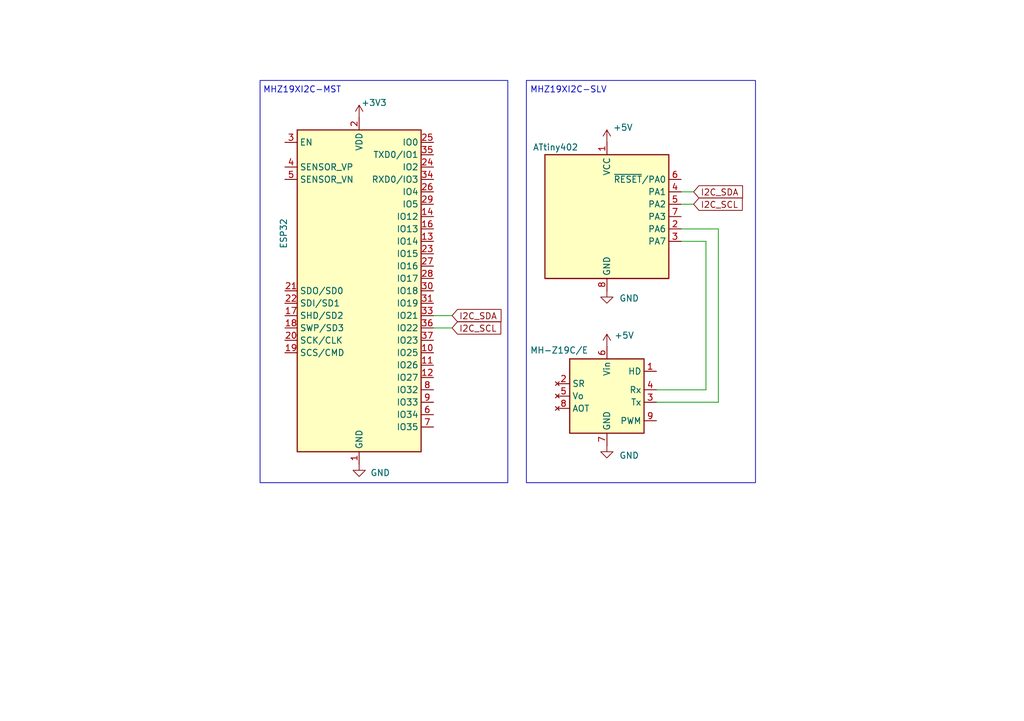
<source format=kicad_sch>
(kicad_sch (version 20231120) (generator "eeschema") (generator_version "8.0")
  (paper "A5")
  (lib_symbols
    (symbol "MCU_Microchip_ATtiny:ATtiny402-SS"
      (property "Reference" "U" (at -12.7 13.97 0))
      (property "Value" "ATtiny402-SS" (at 2.54 -13.97 0))
      (symbol "ATtiny402-SS_0_1"
        (rectangle (start -12.7 -12.7) (end 12.7 12.7) (stroke (width 0.254)) (fill (type background)))
      )
      (symbol "ATtiny402-SS_1_1"
        (pin power_in line (at 0 15.24 270) (length 2.54) (name "VCC") (number "1"))
        (pin bidirectional line (at 15.24 -2.54 180) (length 2.54) (name "PA6") (number "2"))
        (pin bidirectional line (at 15.24 -5.08 180) (length 2.54) (name "PA7") (number "3"))
        (pin bidirectional line (at 15.24 5.08 180) (length 2.54) (name "PA1") (number "4"))
        (pin bidirectional line (at 15.24 2.54 180) (length 2.54) (name "PA2") (number "5"))
        (pin bidirectional line (at 15.24 7.62 180) (length 2.54) (name "~{RESET}/PA0") (number "6"))
        (pin bidirectional line (at 15.24 0 180) (length 2.54) (name "PA3") (number "7"))
        (pin power_in line (at 0 -15.24 90) (length 2.54) (name "GND") (number "8"))
      )
    )
    (symbol "MH-Z19C_1"
      (property "Reference" "U" (at 0 12.954 0))
      (property "Value" "MH-Z19C" (at 0.254 11.43 0))
      (symbol "MH-Z19C_1_0_1"
        (rectangle (start -7.62 7.62) (end 7.62 -7.62) (stroke (width 0.254)) (fill (type background)))
      )
      (symbol "MH-Z19C_1_1_1"
        (pin input line (at 10.16 5.08 180) (length 2.54) (name "HD") (number "1"))
        (pin no_connect line (at -10.16 2.54 0) (length 2.54) (name "SR") (number "2"))
        (pin output line (at 10.16 -1.27 180) (length 2.54) (name "Tx") (number "3"))
        (pin input line (at 10.16 1.27 180) (length 2.54) (name "Rx") (number "4"))
        (pin no_connect line (at -10.16 0 0) (length 2.54) (name "Vo") (number "5"))
        (pin power_in line (at 0 10.16 270) (length 2.54) (name "Vin") (number "6"))
        (pin power_in line (at 0 -10.16 90) (length 2.54) (name "GND") (number "7"))
        (pin no_connect line (at -10.16 -2.54 0) (length 2.54) (name "AOT") (number "8"))
        (pin output line (at 10.16 -5.08 180) (length 2.54) (name "PWM") (number "9"))
      )
    )
    (symbol "RF_Module:ESP32-WROOM-32"
      (property "Reference" "U" (at -12.7 34.29 0))
      (property "Value" "ESP32-WROOM-32" (at 1.27 34.29 0))
      (symbol "ESP32-WROOM-32_0_1"
        (rectangle (start -12.7 33.02) (end 12.7 -33.02) (stroke (width 0.254)) (fill (type background)))
      )
      (symbol "ESP32-WROOM-32_1_1"
        (pin power_in line (at 0 -35.56 90) (length 2.54) (name "GND") (number "1"))
        (pin bidirectional line (at 15.24 -12.7 180) (length 2.54) (name "IO25") (number "10"))
        (pin bidirectional line (at 15.24 -15.24 180) (length 2.54) (name "IO26") (number "11"))
        (pin bidirectional line (at 15.24 -17.78 180) (length 2.54) (name "IO27") (number "12"))
        (pin bidirectional line (at 15.24 10.16 180) (length 2.54) (name "IO14") (number "13"))
        (pin bidirectional line (at 15.24 15.24 180) (length 2.54) (name "IO12") (number "14"))
        (pin passive line (at 0 -35.56 90) (length 2.54) hide (name "GND") (number "15"))
        (pin bidirectional line (at 15.24 12.7 180) (length 2.54) (name "IO13") (number "16"))
        (pin bidirectional line (at -15.24 -5.08 0) (length 2.54) (name "SHD/SD2") (number "17"))
        (pin bidirectional line (at -15.24 -7.62 0) (length 2.54) (name "SWP/SD3") (number "18"))
        (pin bidirectional line (at -15.24 -12.7 0) (length 2.54) (name "SCS/CMD") (number "19"))
        (pin power_in line (at 0 35.56 270) (length 2.54) (name "VDD") (number "2"))
        (pin bidirectional line (at -15.24 -10.16 0) (length 2.54) (name "SCK/CLK") (number "20"))
        (pin bidirectional line (at -15.24 0 0) (length 2.54) (name "SDO/SD0") (number "21"))
        (pin bidirectional line (at -15.24 -2.54 0) (length 2.54) (name "SDI/SD1") (number "22"))
        (pin bidirectional line (at 15.24 7.62 180) (length 2.54) (name "IO15") (number "23"))
        (pin bidirectional line (at 15.24 25.4 180) (length 2.54) (name "IO2") (number "24"))
        (pin bidirectional line (at 15.24 30.48 180) (length 2.54) (name "IO0") (number "25"))
        (pin bidirectional line (at 15.24 20.32 180) (length 2.54) (name "IO4") (number "26"))
        (pin bidirectional line (at 15.24 5.08 180) (length 2.54) (name "IO16") (number "27"))
        (pin bidirectional line (at 15.24 2.54 180) (length 2.54) (name "IO17") (number "28"))
        (pin bidirectional line (at 15.24 17.78 180) (length 2.54) (name "IO5") (number "29"))
        (pin input line (at -15.24 30.48 0) (length 2.54) (name "EN") (number "3"))
        (pin bidirectional line (at 15.24 0 180) (length 2.54) (name "IO18") (number "30"))
        (pin bidirectional line (at 15.24 -2.54 180) (length 2.54) (name "IO19") (number "31"))
        (pin no_connect line (at -12.7 -27.94 0) (length 2.54) hide (name "NC") (number "32"))
        (pin bidirectional line (at 15.24 -5.08 180) (length 2.54) (name "IO21") (number "33"))
        (pin bidirectional line (at 15.24 22.86 180) (length 2.54) (name "RXD0/IO3") (number "34"))
        (pin bidirectional line (at 15.24 27.94 180) (length 2.54) (name "TXD0/IO1") (number "35"))
        (pin bidirectional line (at 15.24 -7.62 180) (length 2.54) (name "IO22") (number "36"))
        (pin bidirectional line (at 15.24 -10.16 180) (length 2.54) (name "IO23") (number "37"))
        (pin passive line (at 0 -35.56 90) (length 2.54) hide (name "GND") (number "38"))
        (pin passive line (at 0 -35.56 90) (length 2.54) hide (name "GND") (number "39"))
        (pin input line (at -15.24 25.4 0) (length 2.54) (name "SENSOR_VP") (number "4"))
        (pin input line (at -15.24 22.86 0) (length 2.54) (name "SENSOR_VN") (number "5"))
        (pin input line (at 15.24 -25.4 180) (length 2.54) (name "IO34") (number "6"))
        (pin input line (at 15.24 -27.94 180) (length 2.54) (name "IO35") (number "7"))
        (pin bidirectional line (at 15.24 -20.32 180) (length 2.54) (name "IO32") (number "8"))
        (pin bidirectional line (at 15.24 -22.86 180) (length 2.54) (name "IO33") (number "9"))
      )
    )
    (symbol "power:+3V3" (power) (pin_numbers hide) (pin_names (offset 0) hide)
      (property "Value" "+3V3" (at 0 3.556 0))
      (symbol "+3V3_0_1"
        (polyline (pts (xy -0.762 1.27) (xy 0 2.54)))
        (polyline (pts (xy 0 0) (xy 0 2.54)))
        (polyline (pts (xy 0 2.54) (xy 0.762 1.27)))
      )
      (symbol "+3V3_1_1"
        (pin power_in line (at 0 0 90) (length 0) (name "~") (number "1"))
      )
    )
    (symbol "power:+5V" (power) (pin_numbers hide) (pin_names (offset 0) hide)
      (property "Value" "+5V" (at 0 3.556 0))
      (symbol "+5V_0_1"
        (polyline (pts (xy -0.762 1.27) (xy 0 2.54)))
        (polyline (pts (xy 0 0) (xy 0 2.54)))
        (polyline (pts (xy 0 2.54) (xy 0.762 1.27)))
      )
      (symbol "+5V_1_1"
        (pin power_in line (at 0 0 90) (length 0) (name "~") (number "1"))
      )
    )
    (symbol "power:GND" (power) (pin_numbers hide) (pin_names (offset 0) hide)
      (property "Value" "GND" (at 0 -3.81 0))
      (symbol "GND_0_1"
        (polyline (pts (xy 0 0) (xy 0 -1.27) (xy 1.27 -1.27) (xy 0 -2.54) (xy -1.27 -1.27) (xy 0 -1.27)))
      )
      (symbol "GND_1_1"
        (pin power_in line (at 0 0 270) (length 0) (name "~") (number "1"))
      )
    )
  )
  (wire (pts (xy 88.9 67.31) (xy 92.71 67.31)))
  (wire (pts (xy 144.78 80.01) (xy 134.62 80.01)))
  (wire (pts (xy 139.7 46.99) (xy 147.32 46.99)))
  (wire (pts (xy 139.7 39.37) (xy 142.24 39.37)))
  (wire (pts (xy 147.32 82.55) (xy 134.62 82.55)))
  (wire (pts (xy 88.9 64.77) (xy 92.71 64.77)))
  (wire (pts (xy 144.78 49.53) (xy 144.78 80.01)))
  (wire (pts (xy 139.7 49.53) (xy 144.78 49.53)))
  (wire (pts (xy 139.7 41.91) (xy 142.24 41.91)))
  (wire (pts (xy 147.32 46.99) (xy 147.32 82.55)))
  (rectangle (start 53.34 16.51) (end 104.14 99.06))
  (rectangle (start 107.95 16.51) (end 154.94 99.06))
  (text "MHZ19XI2C-SLV" (at 116.586 18.542 0) (effects (font (size 1.27 1.27))))
  (text "MHZ19XI2C-MST" (at 61.976 18.542 0) (effects (font (size 1.27 1.27))))
  (global_label "I2C_SDA" (shape input) (at 142.24 39.37 0) (property "Intersheetrefs" "${INTERSHEET_REFS}" (effects (hide yes))))
  (global_label "I2C_SCL" (shape input) (at 142.24 41.91 0) (property "Intersheetrefs" "${INTERSHEET_REFS}" (effects (hide yes))))
  (global_label "I2C_SCL" (shape input) (at 92.71 67.31 0) (property "Intersheetrefs" "${INTERSHEET_REFS}" (effects (hide yes))))
  (global_label "I2C_SDA" (shape input) (at 92.71 64.77 0) (property "Intersheetrefs" "${INTERSHEET_REFS}" (effects (hide yes))))
  (symbol (lib_name "MH-Z19C_1") (lib_id "MHZ19XI2C:MH-Z19C") (at 124.46 81.28 0) (unit 1)
    (property "Reference" "U4" (effects (hide yes)))
    (property "Value" "MH-Z19C/E" (at 108.712 71.882 0) (effects (justify left)))
    (property "Datasheet" "https://www.winsen-sensor.com/d/files/infrared-gas-sensor/mh-z19c-pins-type-co2-manual-ver1_0.pdf" (effects (hide yes)))
    (property "Description" "Infrared CO2 Sensor Module, Zhengzhou Winsen Electronics Technology Co., Ltd" (effects (hide yes)))
  )
  (symbol (lib_id "power:GND") (at 124.46 59.69 0) (unit 1)
    (property "Reference" "#PWR02" (effects (hide yes)))
    (property "Value" "GND" (at 129.032 61.214 0))
    (property "Description" "Power symbol creates a global label with name \"GND\" , ground" (effects (hide yes)))
  )
  (symbol (lib_id "power:+5V") (at 124.46 71.12 0) (unit 1)
    (property "Reference" "#PWR05" (effects (hide yes)))
    (property "Value" "+5V" (at 128.016 68.834 0))
    (property "Description" "Power symbol creates a global label with name \"+5V\"" (effects (hide yes)))
  )
  (symbol (lib_id "power:+3V3") (at 73.66 24.13 0) (unit 1)
    (property "Reference" "#PWR04" (effects (hide yes)))
    (property "Value" "+3V3" (at 76.708 21.082 0))
    (property "Description" "Power symbol creates a global label with name \"+3V3\"" (effects (hide yes)))
  )
  (symbol (lib_id "RF_Module:ESP32-WROOM-32") (at 73.66 59.69 0) (unit 1)
    (property "Reference" "U2" (effects (hide yes)))
    (property "Value" "ESP32" (at 58.166 51.054 90) (effects (justify left)))
    (property "Footprint" "RF_Module:ESP32-WROOM-32" (effects (hide yes)))
    (property "Datasheet" "https://www.espressif.com/sites/default/files/documentation/esp32-wroom-32_datasheet_en.pdf" (effects (hide yes)))
    (property "Description" "RF Module, ESP32-D0WDQ6 SoC, Wi-Fi 802.11b/g/n, Bluetooth, BLE, 32-bit, 2.7-3.6V, onboard antenna, SMD" (effects (hide yes)))
  )
  (symbol (lib_id "power:+5V") (at 124.46 29.21 0) (unit 1)
    (property "Reference" "#PWR03" (effects (hide yes)))
    (property "Value" "+5V" (at 127.762 26.162 0))
    (property "Description" "Power symbol creates a global label with name \"+5V\"" (effects (hide yes)))
  )
  (symbol (lib_id "power:GND") (at 124.46 91.44 0) (unit 1)
    (property "Reference" "#PWR06" (effects (hide yes)))
    (property "Value" "GND" (at 129.032 93.472 0))
    (property "Description" "Power symbol creates a global label with name \"GND\" , ground" (effects (hide yes)))
  )
  (symbol (lib_id "MCU_Microchip_ATtiny:ATtiny402-SS") (at 124.46 44.45 0) (unit 1)
    (property "Reference" "U1" (effects (hide yes)))
    (property "Value" "ATtiny402" (at 118.618 30.226 0) (effects (justify right)))
    (property "Footprint" "Package_SO:SOIC-8_3.9x4.9mm_P1.27mm" (effects (hide yes)))
    (property "Datasheet" "http://ww1.microchip.com/downloads/en/DeviceDoc/ATtiny202-402-AVR-MCU-with-Core-Independent-Peripherals_and-picoPower-40001969A.pdf" (effects (hide yes)))
    (property "Description" "20MHz, 4kB Flash, 256B SRAM, 128B EEPROM, SOIC-8" (effects (hide yes)))
  )
  (symbol (lib_id "power:GND") (at 73.66 95.25 0) (unit 1)
    (property "Reference" "#PWR01" (effects (hide yes)))
    (property "Value" "GND" (at 77.978 97.028 0))
    (property "Description" "Power symbol creates a global label with name \"GND\" , ground" (effects (hide yes)))
  )
)
</source>
